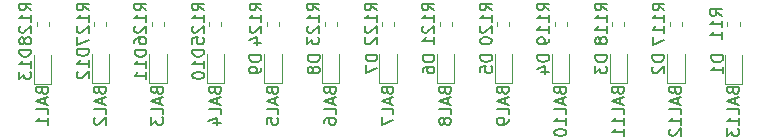
<source format=gbr>
G04 #@! TF.GenerationSoftware,KiCad,Pcbnew,(5.1.5)-3*
G04 #@! TF.CreationDate,2020-03-16T20:43:13+08:00*
G04 #@! TF.ProjectId,sd04,73643034-2e6b-4696-9361-645f70636258,v0.2*
G04 #@! TF.SameCoordinates,PX3e41030PY7464a18*
G04 #@! TF.FileFunction,Legend,Bot*
G04 #@! TF.FilePolarity,Positive*
%FSLAX46Y46*%
G04 Gerber Fmt 4.6, Leading zero omitted, Abs format (unit mm)*
G04 Created by KiCad (PCBNEW (5.1.5)-3) date 2020-03-16 20:43:13*
%MOMM*%
%LPD*%
G04 APERTURE LIST*
%ADD10C,0.150000*%
%ADD11C,0.120000*%
G04 APERTURE END LIST*
D10*
X98099571Y33686595D02*
X98147190Y33543738D01*
X98194809Y33496119D01*
X98290047Y33448500D01*
X98432904Y33448500D01*
X98528142Y33496119D01*
X98575761Y33543738D01*
X98623380Y33638976D01*
X98623380Y34019929D01*
X97623380Y34019929D01*
X97623380Y33686595D01*
X97671000Y33591357D01*
X97718619Y33543738D01*
X97813857Y33496119D01*
X97909095Y33496119D01*
X98004333Y33543738D01*
X98051952Y33591357D01*
X98099571Y33686595D01*
X98099571Y34019929D01*
X98337666Y33067548D02*
X98337666Y32591357D01*
X98623380Y33162786D02*
X97623380Y32829452D01*
X98623380Y32496119D01*
X98623380Y31686595D02*
X98623380Y32162786D01*
X97623380Y32162786D01*
X98623380Y30829452D02*
X98623380Y31400881D01*
X98623380Y31115167D02*
X97623380Y31115167D01*
X97766238Y31210405D01*
X97861476Y31305643D01*
X97909095Y31400881D01*
X97623380Y30496119D02*
X97623380Y29877071D01*
X98004333Y30210405D01*
X98004333Y30067548D01*
X98051952Y29972309D01*
X98099571Y29924690D01*
X98194809Y29877071D01*
X98432904Y29877071D01*
X98528142Y29924690D01*
X98575761Y29972309D01*
X98623380Y30067548D01*
X98623380Y30353262D01*
X98575761Y30448500D01*
X98528142Y30496119D01*
X93225946Y33686595D02*
X93273565Y33543738D01*
X93321184Y33496119D01*
X93416422Y33448500D01*
X93559279Y33448500D01*
X93654517Y33496119D01*
X93702136Y33543738D01*
X93749755Y33638976D01*
X93749755Y34019929D01*
X92749755Y34019929D01*
X92749755Y33686595D01*
X92797375Y33591357D01*
X92844994Y33543738D01*
X92940232Y33496119D01*
X93035470Y33496119D01*
X93130708Y33543738D01*
X93178327Y33591357D01*
X93225946Y33686595D01*
X93225946Y34019929D01*
X93464041Y33067548D02*
X93464041Y32591357D01*
X93749755Y33162786D02*
X92749755Y32829452D01*
X93749755Y32496119D01*
X93749755Y31686595D02*
X93749755Y32162786D01*
X92749755Y32162786D01*
X93749755Y30829452D02*
X93749755Y31400881D01*
X93749755Y31115167D02*
X92749755Y31115167D01*
X92892613Y31210405D01*
X92987851Y31305643D01*
X93035470Y31400881D01*
X92844994Y30448500D02*
X92797375Y30400881D01*
X92749755Y30305643D01*
X92749755Y30067548D01*
X92797375Y29972309D01*
X92844994Y29924690D01*
X92940232Y29877071D01*
X93035470Y29877071D01*
X93178327Y29924690D01*
X93749755Y30496119D01*
X93749755Y29877071D01*
X88352321Y33686595D02*
X88399940Y33543738D01*
X88447559Y33496119D01*
X88542797Y33448500D01*
X88685654Y33448500D01*
X88780892Y33496119D01*
X88828511Y33543738D01*
X88876130Y33638976D01*
X88876130Y34019929D01*
X87876130Y34019929D01*
X87876130Y33686595D01*
X87923750Y33591357D01*
X87971369Y33543738D01*
X88066607Y33496119D01*
X88161845Y33496119D01*
X88257083Y33543738D01*
X88304702Y33591357D01*
X88352321Y33686595D01*
X88352321Y34019929D01*
X88590416Y33067548D02*
X88590416Y32591357D01*
X88876130Y33162786D02*
X87876130Y32829452D01*
X88876130Y32496119D01*
X88876130Y31686595D02*
X88876130Y32162786D01*
X87876130Y32162786D01*
X88876130Y30829452D02*
X88876130Y31400881D01*
X88876130Y31115167D02*
X87876130Y31115167D01*
X88018988Y31210405D01*
X88114226Y31305643D01*
X88161845Y31400881D01*
X88876130Y29877071D02*
X88876130Y30448500D01*
X88876130Y30162786D02*
X87876130Y30162786D01*
X88018988Y30258024D01*
X88114226Y30353262D01*
X88161845Y30448500D01*
X83478696Y33686595D02*
X83526315Y33543738D01*
X83573934Y33496119D01*
X83669172Y33448500D01*
X83812029Y33448500D01*
X83907267Y33496119D01*
X83954886Y33543738D01*
X84002505Y33638976D01*
X84002505Y34019929D01*
X83002505Y34019929D01*
X83002505Y33686595D01*
X83050125Y33591357D01*
X83097744Y33543738D01*
X83192982Y33496119D01*
X83288220Y33496119D01*
X83383458Y33543738D01*
X83431077Y33591357D01*
X83478696Y33686595D01*
X83478696Y34019929D01*
X83716791Y33067548D02*
X83716791Y32591357D01*
X84002505Y33162786D02*
X83002505Y32829452D01*
X84002505Y32496119D01*
X84002505Y31686595D02*
X84002505Y32162786D01*
X83002505Y32162786D01*
X84002505Y30829452D02*
X84002505Y31400881D01*
X84002505Y31115167D02*
X83002505Y31115167D01*
X83145363Y31210405D01*
X83240601Y31305643D01*
X83288220Y31400881D01*
X83002505Y30210405D02*
X83002505Y30115167D01*
X83050125Y30019929D01*
X83097744Y29972309D01*
X83192982Y29924690D01*
X83383458Y29877071D01*
X83621553Y29877071D01*
X83812029Y29924690D01*
X83907267Y29972309D01*
X83954886Y30019929D01*
X84002505Y30115167D01*
X84002505Y30210405D01*
X83954886Y30305643D01*
X83907267Y30353262D01*
X83812029Y30400881D01*
X83621553Y30448500D01*
X83383458Y30448500D01*
X83192982Y30400881D01*
X83097744Y30353262D01*
X83050125Y30305643D01*
X83002505Y30210405D01*
X78605071Y33686596D02*
X78652690Y33543739D01*
X78700309Y33496120D01*
X78795547Y33448500D01*
X78938404Y33448500D01*
X79033642Y33496120D01*
X79081261Y33543739D01*
X79128880Y33638977D01*
X79128880Y34019929D01*
X78128880Y34019929D01*
X78128880Y33686596D01*
X78176500Y33591358D01*
X78224119Y33543739D01*
X78319357Y33496120D01*
X78414595Y33496120D01*
X78509833Y33543739D01*
X78557452Y33591358D01*
X78605071Y33686596D01*
X78605071Y34019929D01*
X78843166Y33067548D02*
X78843166Y32591358D01*
X79128880Y33162786D02*
X78128880Y32829453D01*
X79128880Y32496120D01*
X79128880Y31686596D02*
X79128880Y32162786D01*
X78128880Y32162786D01*
X79128880Y31305643D02*
X79128880Y31115167D01*
X79081261Y31019929D01*
X79033642Y30972310D01*
X78890785Y30877072D01*
X78700309Y30829453D01*
X78319357Y30829453D01*
X78224119Y30877072D01*
X78176500Y30924691D01*
X78128880Y31019929D01*
X78128880Y31210405D01*
X78176500Y31305643D01*
X78224119Y31353262D01*
X78319357Y31400881D01*
X78557452Y31400881D01*
X78652690Y31353262D01*
X78700309Y31305643D01*
X78747928Y31210405D01*
X78747928Y31019929D01*
X78700309Y30924691D01*
X78652690Y30877072D01*
X78557452Y30829453D01*
X73731446Y33686596D02*
X73779065Y33543739D01*
X73826684Y33496120D01*
X73921922Y33448500D01*
X74064779Y33448500D01*
X74160017Y33496120D01*
X74207636Y33543739D01*
X74255255Y33638977D01*
X74255255Y34019929D01*
X73255255Y34019929D01*
X73255255Y33686596D01*
X73302875Y33591358D01*
X73350494Y33543739D01*
X73445732Y33496120D01*
X73540970Y33496120D01*
X73636208Y33543739D01*
X73683827Y33591358D01*
X73731446Y33686596D01*
X73731446Y34019929D01*
X73969541Y33067548D02*
X73969541Y32591358D01*
X74255255Y33162786D02*
X73255255Y32829453D01*
X74255255Y32496120D01*
X74255255Y31686596D02*
X74255255Y32162786D01*
X73255255Y32162786D01*
X73683827Y31210405D02*
X73636208Y31305643D01*
X73588589Y31353262D01*
X73493351Y31400881D01*
X73445732Y31400881D01*
X73350494Y31353262D01*
X73302875Y31305643D01*
X73255255Y31210405D01*
X73255255Y31019929D01*
X73302875Y30924691D01*
X73350494Y30877072D01*
X73445732Y30829453D01*
X73493351Y30829453D01*
X73588589Y30877072D01*
X73636208Y30924691D01*
X73683827Y31019929D01*
X73683827Y31210405D01*
X73731446Y31305643D01*
X73779065Y31353262D01*
X73874303Y31400881D01*
X74064779Y31400881D01*
X74160017Y31353262D01*
X74207636Y31305643D01*
X74255255Y31210405D01*
X74255255Y31019929D01*
X74207636Y30924691D01*
X74160017Y30877072D01*
X74064779Y30829453D01*
X73874303Y30829453D01*
X73779065Y30877072D01*
X73731446Y30924691D01*
X73683827Y31019929D01*
X68857821Y33686596D02*
X68905440Y33543739D01*
X68953059Y33496120D01*
X69048297Y33448500D01*
X69191154Y33448500D01*
X69286392Y33496120D01*
X69334011Y33543739D01*
X69381630Y33638977D01*
X69381630Y34019929D01*
X68381630Y34019929D01*
X68381630Y33686596D01*
X68429250Y33591358D01*
X68476869Y33543739D01*
X68572107Y33496120D01*
X68667345Y33496120D01*
X68762583Y33543739D01*
X68810202Y33591358D01*
X68857821Y33686596D01*
X68857821Y34019929D01*
X69095916Y33067548D02*
X69095916Y32591358D01*
X69381630Y33162786D02*
X68381630Y32829453D01*
X69381630Y32496120D01*
X69381630Y31686596D02*
X69381630Y32162786D01*
X68381630Y32162786D01*
X68381630Y31448500D02*
X68381630Y30781834D01*
X69381630Y31210405D01*
X63984196Y33686596D02*
X64031815Y33543739D01*
X64079434Y33496120D01*
X64174672Y33448500D01*
X64317529Y33448500D01*
X64412767Y33496120D01*
X64460386Y33543739D01*
X64508005Y33638977D01*
X64508005Y34019929D01*
X63508005Y34019929D01*
X63508005Y33686596D01*
X63555625Y33591358D01*
X63603244Y33543739D01*
X63698482Y33496120D01*
X63793720Y33496120D01*
X63888958Y33543739D01*
X63936577Y33591358D01*
X63984196Y33686596D01*
X63984196Y34019929D01*
X64222291Y33067548D02*
X64222291Y32591358D01*
X64508005Y33162786D02*
X63508005Y32829453D01*
X64508005Y32496120D01*
X64508005Y31686596D02*
X64508005Y32162786D01*
X63508005Y32162786D01*
X63508005Y30924691D02*
X63508005Y31115167D01*
X63555625Y31210405D01*
X63603244Y31258024D01*
X63746101Y31353262D01*
X63936577Y31400881D01*
X64317529Y31400881D01*
X64412767Y31353262D01*
X64460386Y31305643D01*
X64508005Y31210405D01*
X64508005Y31019929D01*
X64460386Y30924691D01*
X64412767Y30877072D01*
X64317529Y30829453D01*
X64079434Y30829453D01*
X63984196Y30877072D01*
X63936577Y30924691D01*
X63888958Y31019929D01*
X63888958Y31210405D01*
X63936577Y31305643D01*
X63984196Y31353262D01*
X64079434Y31400881D01*
X59110571Y33686596D02*
X59158190Y33543739D01*
X59205809Y33496120D01*
X59301047Y33448500D01*
X59443904Y33448500D01*
X59539142Y33496120D01*
X59586761Y33543739D01*
X59634380Y33638977D01*
X59634380Y34019929D01*
X58634380Y34019929D01*
X58634380Y33686596D01*
X58682000Y33591358D01*
X58729619Y33543739D01*
X58824857Y33496120D01*
X58920095Y33496120D01*
X59015333Y33543739D01*
X59062952Y33591358D01*
X59110571Y33686596D01*
X59110571Y34019929D01*
X59348666Y33067548D02*
X59348666Y32591358D01*
X59634380Y33162786D02*
X58634380Y32829453D01*
X59634380Y32496120D01*
X59634380Y31686596D02*
X59634380Y32162786D01*
X58634380Y32162786D01*
X58634380Y30877072D02*
X58634380Y31353262D01*
X59110571Y31400881D01*
X59062952Y31353262D01*
X59015333Y31258024D01*
X59015333Y31019929D01*
X59062952Y30924691D01*
X59110571Y30877072D01*
X59205809Y30829453D01*
X59443904Y30829453D01*
X59539142Y30877072D01*
X59586761Y30924691D01*
X59634380Y31019929D01*
X59634380Y31258024D01*
X59586761Y31353262D01*
X59539142Y31400881D01*
X54236946Y33686596D02*
X54284565Y33543739D01*
X54332184Y33496120D01*
X54427422Y33448500D01*
X54570279Y33448500D01*
X54665517Y33496120D01*
X54713136Y33543739D01*
X54760755Y33638977D01*
X54760755Y34019929D01*
X53760755Y34019929D01*
X53760755Y33686596D01*
X53808375Y33591358D01*
X53855994Y33543739D01*
X53951232Y33496120D01*
X54046470Y33496120D01*
X54141708Y33543739D01*
X54189327Y33591358D01*
X54236946Y33686596D01*
X54236946Y34019929D01*
X54475041Y33067548D02*
X54475041Y32591358D01*
X54760755Y33162786D02*
X53760755Y32829453D01*
X54760755Y32496120D01*
X54760755Y31686596D02*
X54760755Y32162786D01*
X53760755Y32162786D01*
X54094089Y30924691D02*
X54760755Y30924691D01*
X53713136Y31162786D02*
X54427422Y31400881D01*
X54427422Y30781834D01*
X49363321Y33686596D02*
X49410940Y33543739D01*
X49458559Y33496120D01*
X49553797Y33448500D01*
X49696654Y33448500D01*
X49791892Y33496120D01*
X49839511Y33543739D01*
X49887130Y33638977D01*
X49887130Y34019929D01*
X48887130Y34019929D01*
X48887130Y33686596D01*
X48934750Y33591358D01*
X48982369Y33543739D01*
X49077607Y33496120D01*
X49172845Y33496120D01*
X49268083Y33543739D01*
X49315702Y33591358D01*
X49363321Y33686596D01*
X49363321Y34019929D01*
X49601416Y33067548D02*
X49601416Y32591358D01*
X49887130Y33162786D02*
X48887130Y32829453D01*
X49887130Y32496120D01*
X49887130Y31686596D02*
X49887130Y32162786D01*
X48887130Y32162786D01*
X48887130Y31448500D02*
X48887130Y30829453D01*
X49268083Y31162786D01*
X49268083Y31019929D01*
X49315702Y30924691D01*
X49363321Y30877072D01*
X49458559Y30829453D01*
X49696654Y30829453D01*
X49791892Y30877072D01*
X49839511Y30924691D01*
X49887130Y31019929D01*
X49887130Y31305643D01*
X49839511Y31400881D01*
X49791892Y31448500D01*
X44489696Y33686596D02*
X44537315Y33543739D01*
X44584934Y33496120D01*
X44680172Y33448500D01*
X44823029Y33448500D01*
X44918267Y33496120D01*
X44965886Y33543739D01*
X45013505Y33638977D01*
X45013505Y34019929D01*
X44013505Y34019929D01*
X44013505Y33686596D01*
X44061125Y33591358D01*
X44108744Y33543739D01*
X44203982Y33496120D01*
X44299220Y33496120D01*
X44394458Y33543739D01*
X44442077Y33591358D01*
X44489696Y33686596D01*
X44489696Y34019929D01*
X44727791Y33067548D02*
X44727791Y32591358D01*
X45013505Y33162786D02*
X44013505Y32829453D01*
X45013505Y32496120D01*
X45013505Y31686596D02*
X45013505Y32162786D01*
X44013505Y32162786D01*
X44108744Y31400881D02*
X44061125Y31353262D01*
X44013505Y31258024D01*
X44013505Y31019929D01*
X44061125Y30924691D01*
X44108744Y30877072D01*
X44203982Y30829453D01*
X44299220Y30829453D01*
X44442077Y30877072D01*
X45013505Y31448500D01*
X45013505Y30829453D01*
X39616071Y33686596D02*
X39663690Y33543739D01*
X39711309Y33496120D01*
X39806547Y33448500D01*
X39949404Y33448500D01*
X40044642Y33496120D01*
X40092261Y33543739D01*
X40139880Y33638977D01*
X40139880Y34019929D01*
X39139880Y34019929D01*
X39139880Y33686596D01*
X39187500Y33591358D01*
X39235119Y33543739D01*
X39330357Y33496120D01*
X39425595Y33496120D01*
X39520833Y33543739D01*
X39568452Y33591358D01*
X39616071Y33686596D01*
X39616071Y34019929D01*
X39854166Y33067548D02*
X39854166Y32591358D01*
X40139880Y33162786D02*
X39139880Y32829453D01*
X40139880Y32496120D01*
X40139880Y31686596D02*
X40139880Y32162786D01*
X39139880Y32162786D01*
X40139880Y30829453D02*
X40139880Y31400881D01*
X40139880Y31115167D02*
X39139880Y31115167D01*
X39282738Y31210405D01*
X39377976Y31305643D01*
X39425595Y31400881D01*
D11*
X40197500Y39541267D02*
X40197500Y39198733D01*
X39177500Y39541267D02*
X39177500Y39198733D01*
X45071125Y39541267D02*
X45071125Y39198733D01*
X44051125Y39541267D02*
X44051125Y39198733D01*
X49944750Y39541267D02*
X49944750Y39198733D01*
X48924750Y39541267D02*
X48924750Y39198733D01*
X54818375Y39541267D02*
X54818375Y39198733D01*
X53798375Y39541267D02*
X53798375Y39198733D01*
X59692000Y39541267D02*
X59692000Y39198733D01*
X58672000Y39541267D02*
X58672000Y39198733D01*
X64565625Y39541267D02*
X64565625Y39198733D01*
X63545625Y39541267D02*
X63545625Y39198733D01*
X69439250Y39541267D02*
X69439250Y39198733D01*
X68419250Y39541267D02*
X68419250Y39198733D01*
X74312875Y39541267D02*
X74312875Y39198733D01*
X73292875Y39541267D02*
X73292875Y39198733D01*
X79186500Y39541267D02*
X79186500Y39198733D01*
X78166500Y39541267D02*
X78166500Y39198733D01*
X84060125Y39541267D02*
X84060125Y39198733D01*
X83040125Y39541267D02*
X83040125Y39198733D01*
X88933750Y39541267D02*
X88933750Y39198733D01*
X87913750Y39541267D02*
X87913750Y39198733D01*
X93807375Y39541267D02*
X93807375Y39198733D01*
X92787375Y39541267D02*
X92787375Y39198733D01*
X38952500Y34267000D02*
X38952500Y36727000D01*
X40422500Y34267000D02*
X38952500Y34267000D01*
X40422500Y36727000D02*
X40422500Y34267000D01*
X43826125Y34312000D02*
X43826125Y36772000D01*
X45296125Y34312000D02*
X43826125Y34312000D01*
X45296125Y36772000D02*
X45296125Y34312000D01*
X48699750Y34312000D02*
X48699750Y36772000D01*
X50169750Y34312000D02*
X48699750Y34312000D01*
X50169750Y36772000D02*
X50169750Y34312000D01*
X53573375Y34312000D02*
X53573375Y36772000D01*
X55043375Y34312000D02*
X53573375Y34312000D01*
X55043375Y36772000D02*
X55043375Y34312000D01*
X58447000Y34312000D02*
X58447000Y36772000D01*
X59917000Y34312000D02*
X58447000Y34312000D01*
X59917000Y36772000D02*
X59917000Y34312000D01*
X63320625Y34312000D02*
X63320625Y36772000D01*
X64790625Y34312000D02*
X63320625Y34312000D01*
X64790625Y36772000D02*
X64790625Y34312000D01*
X68194250Y34312000D02*
X68194250Y36772000D01*
X69664250Y34312000D02*
X68194250Y34312000D01*
X69664250Y36772000D02*
X69664250Y34312000D01*
X73067875Y34312000D02*
X73067875Y36772000D01*
X74537875Y34312000D02*
X73067875Y34312000D01*
X74537875Y36772000D02*
X74537875Y34312000D01*
X77941500Y34312000D02*
X77941500Y36772000D01*
X79411500Y34312000D02*
X77941500Y34312000D01*
X79411500Y36772000D02*
X79411500Y34312000D01*
X82815125Y34312000D02*
X82815125Y36772000D01*
X84285125Y34312000D02*
X82815125Y34312000D01*
X84285125Y36772000D02*
X84285125Y34312000D01*
X87688750Y34312000D02*
X87688750Y36772000D01*
X89158750Y34312000D02*
X87688750Y34312000D01*
X89158750Y36772000D02*
X89158750Y34312000D01*
X92562375Y34312000D02*
X92562375Y36772000D01*
X94032375Y34312000D02*
X92562375Y34312000D01*
X94032375Y36772000D02*
X94032375Y34312000D01*
X98681000Y39541267D02*
X98681000Y39198733D01*
X97661000Y39541267D02*
X97661000Y39198733D01*
X97436000Y34267000D02*
X97436000Y36727000D01*
X98906000Y34267000D02*
X97436000Y34267000D01*
X98906000Y36727000D02*
X98906000Y34267000D01*
D10*
X38709880Y40489048D02*
X38233690Y40822381D01*
X38709880Y41060477D02*
X37709880Y41060477D01*
X37709880Y40679524D01*
X37757500Y40584286D01*
X37805119Y40536667D01*
X37900357Y40489048D01*
X38043214Y40489048D01*
X38138452Y40536667D01*
X38186071Y40584286D01*
X38233690Y40679524D01*
X38233690Y41060477D01*
X38709880Y39536667D02*
X38709880Y40108096D01*
X38709880Y39822381D02*
X37709880Y39822381D01*
X37852738Y39917620D01*
X37947976Y40012858D01*
X37995595Y40108096D01*
X37805119Y39155715D02*
X37757500Y39108096D01*
X37709880Y39012858D01*
X37709880Y38774762D01*
X37757500Y38679524D01*
X37805119Y38631905D01*
X37900357Y38584286D01*
X37995595Y38584286D01*
X38138452Y38631905D01*
X38709880Y39203334D01*
X38709880Y38584286D01*
X38138452Y38012858D02*
X38090833Y38108096D01*
X38043214Y38155715D01*
X37947976Y38203334D01*
X37900357Y38203334D01*
X37805119Y38155715D01*
X37757500Y38108096D01*
X37709880Y38012858D01*
X37709880Y37822381D01*
X37757500Y37727143D01*
X37805119Y37679524D01*
X37900357Y37631905D01*
X37947976Y37631905D01*
X38043214Y37679524D01*
X38090833Y37727143D01*
X38138452Y37822381D01*
X38138452Y38012858D01*
X38186071Y38108096D01*
X38233690Y38155715D01*
X38328928Y38203334D01*
X38519404Y38203334D01*
X38614642Y38155715D01*
X38662261Y38108096D01*
X38709880Y38012858D01*
X38709880Y37822381D01*
X38662261Y37727143D01*
X38614642Y37679524D01*
X38519404Y37631905D01*
X38328928Y37631905D01*
X38233690Y37679524D01*
X38186071Y37727143D01*
X38138452Y37822381D01*
X43583505Y40489048D02*
X43107315Y40822381D01*
X43583505Y41060477D02*
X42583505Y41060477D01*
X42583505Y40679524D01*
X42631125Y40584286D01*
X42678744Y40536667D01*
X42773982Y40489048D01*
X42916839Y40489048D01*
X43012077Y40536667D01*
X43059696Y40584286D01*
X43107315Y40679524D01*
X43107315Y41060477D01*
X43583505Y39536667D02*
X43583505Y40108096D01*
X43583505Y39822381D02*
X42583505Y39822381D01*
X42726363Y39917620D01*
X42821601Y40012858D01*
X42869220Y40108096D01*
X42678744Y39155715D02*
X42631125Y39108096D01*
X42583505Y39012858D01*
X42583505Y38774762D01*
X42631125Y38679524D01*
X42678744Y38631905D01*
X42773982Y38584286D01*
X42869220Y38584286D01*
X43012077Y38631905D01*
X43583505Y39203334D01*
X43583505Y38584286D01*
X42583505Y38250953D02*
X42583505Y37584286D01*
X43583505Y38012858D01*
X48457130Y40489048D02*
X47980940Y40822381D01*
X48457130Y41060477D02*
X47457130Y41060477D01*
X47457130Y40679524D01*
X47504750Y40584286D01*
X47552369Y40536667D01*
X47647607Y40489048D01*
X47790464Y40489048D01*
X47885702Y40536667D01*
X47933321Y40584286D01*
X47980940Y40679524D01*
X47980940Y41060477D01*
X48457130Y39536667D02*
X48457130Y40108096D01*
X48457130Y39822381D02*
X47457130Y39822381D01*
X47599988Y39917620D01*
X47695226Y40012858D01*
X47742845Y40108096D01*
X47552369Y39155715D02*
X47504750Y39108096D01*
X47457130Y39012858D01*
X47457130Y38774762D01*
X47504750Y38679524D01*
X47552369Y38631905D01*
X47647607Y38584286D01*
X47742845Y38584286D01*
X47885702Y38631905D01*
X48457130Y39203334D01*
X48457130Y38584286D01*
X47457130Y37727143D02*
X47457130Y37917620D01*
X47504750Y38012858D01*
X47552369Y38060477D01*
X47695226Y38155715D01*
X47885702Y38203334D01*
X48266654Y38203334D01*
X48361892Y38155715D01*
X48409511Y38108096D01*
X48457130Y38012858D01*
X48457130Y37822381D01*
X48409511Y37727143D01*
X48361892Y37679524D01*
X48266654Y37631905D01*
X48028559Y37631905D01*
X47933321Y37679524D01*
X47885702Y37727143D01*
X47838083Y37822381D01*
X47838083Y38012858D01*
X47885702Y38108096D01*
X47933321Y38155715D01*
X48028559Y38203334D01*
X53330755Y40489048D02*
X52854565Y40822381D01*
X53330755Y41060477D02*
X52330755Y41060477D01*
X52330755Y40679524D01*
X52378375Y40584286D01*
X52425994Y40536667D01*
X52521232Y40489048D01*
X52664089Y40489048D01*
X52759327Y40536667D01*
X52806946Y40584286D01*
X52854565Y40679524D01*
X52854565Y41060477D01*
X53330755Y39536667D02*
X53330755Y40108096D01*
X53330755Y39822381D02*
X52330755Y39822381D01*
X52473613Y39917620D01*
X52568851Y40012858D01*
X52616470Y40108096D01*
X52425994Y39155715D02*
X52378375Y39108096D01*
X52330755Y39012858D01*
X52330755Y38774762D01*
X52378375Y38679524D01*
X52425994Y38631905D01*
X52521232Y38584286D01*
X52616470Y38584286D01*
X52759327Y38631905D01*
X53330755Y39203334D01*
X53330755Y38584286D01*
X52330755Y37679524D02*
X52330755Y38155715D01*
X52806946Y38203334D01*
X52759327Y38155715D01*
X52711708Y38060477D01*
X52711708Y37822381D01*
X52759327Y37727143D01*
X52806946Y37679524D01*
X52902184Y37631905D01*
X53140279Y37631905D01*
X53235517Y37679524D01*
X53283136Y37727143D01*
X53330755Y37822381D01*
X53330755Y38060477D01*
X53283136Y38155715D01*
X53235517Y38203334D01*
X58204380Y40489048D02*
X57728190Y40822381D01*
X58204380Y41060477D02*
X57204380Y41060477D01*
X57204380Y40679524D01*
X57252000Y40584286D01*
X57299619Y40536667D01*
X57394857Y40489048D01*
X57537714Y40489048D01*
X57632952Y40536667D01*
X57680571Y40584286D01*
X57728190Y40679524D01*
X57728190Y41060477D01*
X58204380Y39536667D02*
X58204380Y40108096D01*
X58204380Y39822381D02*
X57204380Y39822381D01*
X57347238Y39917620D01*
X57442476Y40012858D01*
X57490095Y40108096D01*
X57299619Y39155715D02*
X57252000Y39108096D01*
X57204380Y39012858D01*
X57204380Y38774762D01*
X57252000Y38679524D01*
X57299619Y38631905D01*
X57394857Y38584286D01*
X57490095Y38584286D01*
X57632952Y38631905D01*
X58204380Y39203334D01*
X58204380Y38584286D01*
X57537714Y37727143D02*
X58204380Y37727143D01*
X57156761Y37965239D02*
X57871047Y38203334D01*
X57871047Y37584286D01*
X63078005Y40489048D02*
X62601815Y40822381D01*
X63078005Y41060477D02*
X62078005Y41060477D01*
X62078005Y40679524D01*
X62125625Y40584286D01*
X62173244Y40536667D01*
X62268482Y40489048D01*
X62411339Y40489048D01*
X62506577Y40536667D01*
X62554196Y40584286D01*
X62601815Y40679524D01*
X62601815Y41060477D01*
X63078005Y39536667D02*
X63078005Y40108096D01*
X63078005Y39822381D02*
X62078005Y39822381D01*
X62220863Y39917620D01*
X62316101Y40012858D01*
X62363720Y40108096D01*
X62173244Y39155715D02*
X62125625Y39108096D01*
X62078005Y39012858D01*
X62078005Y38774762D01*
X62125625Y38679524D01*
X62173244Y38631905D01*
X62268482Y38584286D01*
X62363720Y38584286D01*
X62506577Y38631905D01*
X63078005Y39203334D01*
X63078005Y38584286D01*
X62078005Y38250953D02*
X62078005Y37631905D01*
X62458958Y37965239D01*
X62458958Y37822381D01*
X62506577Y37727143D01*
X62554196Y37679524D01*
X62649434Y37631905D01*
X62887529Y37631905D01*
X62982767Y37679524D01*
X63030386Y37727143D01*
X63078005Y37822381D01*
X63078005Y38108096D01*
X63030386Y38203334D01*
X62982767Y38250953D01*
X67951630Y40489048D02*
X67475440Y40822381D01*
X67951630Y41060477D02*
X66951630Y41060477D01*
X66951630Y40679524D01*
X66999250Y40584286D01*
X67046869Y40536667D01*
X67142107Y40489048D01*
X67284964Y40489048D01*
X67380202Y40536667D01*
X67427821Y40584286D01*
X67475440Y40679524D01*
X67475440Y41060477D01*
X67951630Y39536667D02*
X67951630Y40108096D01*
X67951630Y39822381D02*
X66951630Y39822381D01*
X67094488Y39917620D01*
X67189726Y40012858D01*
X67237345Y40108096D01*
X67046869Y39155715D02*
X66999250Y39108096D01*
X66951630Y39012858D01*
X66951630Y38774762D01*
X66999250Y38679524D01*
X67046869Y38631905D01*
X67142107Y38584286D01*
X67237345Y38584286D01*
X67380202Y38631905D01*
X67951630Y39203334D01*
X67951630Y38584286D01*
X67046869Y38203334D02*
X66999250Y38155715D01*
X66951630Y38060477D01*
X66951630Y37822381D01*
X66999250Y37727143D01*
X67046869Y37679524D01*
X67142107Y37631905D01*
X67237345Y37631905D01*
X67380202Y37679524D01*
X67951630Y38250953D01*
X67951630Y37631905D01*
X72825255Y40489048D02*
X72349065Y40822381D01*
X72825255Y41060477D02*
X71825255Y41060477D01*
X71825255Y40679524D01*
X71872875Y40584286D01*
X71920494Y40536667D01*
X72015732Y40489048D01*
X72158589Y40489048D01*
X72253827Y40536667D01*
X72301446Y40584286D01*
X72349065Y40679524D01*
X72349065Y41060477D01*
X72825255Y39536667D02*
X72825255Y40108096D01*
X72825255Y39822381D02*
X71825255Y39822381D01*
X71968113Y39917620D01*
X72063351Y40012858D01*
X72110970Y40108096D01*
X71920494Y39155715D02*
X71872875Y39108096D01*
X71825255Y39012858D01*
X71825255Y38774762D01*
X71872875Y38679524D01*
X71920494Y38631905D01*
X72015732Y38584286D01*
X72110970Y38584286D01*
X72253827Y38631905D01*
X72825255Y39203334D01*
X72825255Y38584286D01*
X72825255Y37631905D02*
X72825255Y38203334D01*
X72825255Y37917620D02*
X71825255Y37917620D01*
X71968113Y38012858D01*
X72063351Y38108096D01*
X72110970Y38203334D01*
X77698880Y40489048D02*
X77222690Y40822381D01*
X77698880Y41060477D02*
X76698880Y41060477D01*
X76698880Y40679524D01*
X76746500Y40584286D01*
X76794119Y40536667D01*
X76889357Y40489048D01*
X77032214Y40489048D01*
X77127452Y40536667D01*
X77175071Y40584286D01*
X77222690Y40679524D01*
X77222690Y41060477D01*
X77698880Y39536667D02*
X77698880Y40108096D01*
X77698880Y39822381D02*
X76698880Y39822381D01*
X76841738Y39917620D01*
X76936976Y40012858D01*
X76984595Y40108096D01*
X76794119Y39155715D02*
X76746500Y39108096D01*
X76698880Y39012858D01*
X76698880Y38774762D01*
X76746500Y38679524D01*
X76794119Y38631905D01*
X76889357Y38584286D01*
X76984595Y38584286D01*
X77127452Y38631905D01*
X77698880Y39203334D01*
X77698880Y38584286D01*
X76698880Y37965239D02*
X76698880Y37870000D01*
X76746500Y37774762D01*
X76794119Y37727143D01*
X76889357Y37679524D01*
X77079833Y37631905D01*
X77317928Y37631905D01*
X77508404Y37679524D01*
X77603642Y37727143D01*
X77651261Y37774762D01*
X77698880Y37870000D01*
X77698880Y37965239D01*
X77651261Y38060477D01*
X77603642Y38108096D01*
X77508404Y38155715D01*
X77317928Y38203334D01*
X77079833Y38203334D01*
X76889357Y38155715D01*
X76794119Y38108096D01*
X76746500Y38060477D01*
X76698880Y37965239D01*
X82572505Y40489048D02*
X82096315Y40822381D01*
X82572505Y41060477D02*
X81572505Y41060477D01*
X81572505Y40679524D01*
X81620125Y40584286D01*
X81667744Y40536667D01*
X81762982Y40489048D01*
X81905839Y40489048D01*
X82001077Y40536667D01*
X82048696Y40584286D01*
X82096315Y40679524D01*
X82096315Y41060477D01*
X82572505Y39536667D02*
X82572505Y40108096D01*
X82572505Y39822381D02*
X81572505Y39822381D01*
X81715363Y39917620D01*
X81810601Y40012858D01*
X81858220Y40108096D01*
X82572505Y38584286D02*
X82572505Y39155715D01*
X82572505Y38870000D02*
X81572505Y38870000D01*
X81715363Y38965239D01*
X81810601Y39060477D01*
X81858220Y39155715D01*
X82572505Y38108096D02*
X82572505Y37917620D01*
X82524886Y37822381D01*
X82477267Y37774762D01*
X82334410Y37679524D01*
X82143934Y37631905D01*
X81762982Y37631905D01*
X81667744Y37679524D01*
X81620125Y37727143D01*
X81572505Y37822381D01*
X81572505Y38012858D01*
X81620125Y38108096D01*
X81667744Y38155715D01*
X81762982Y38203334D01*
X82001077Y38203334D01*
X82096315Y38155715D01*
X82143934Y38108096D01*
X82191553Y38012858D01*
X82191553Y37822381D01*
X82143934Y37727143D01*
X82096315Y37679524D01*
X82001077Y37631905D01*
X87446130Y40489048D02*
X86969940Y40822381D01*
X87446130Y41060477D02*
X86446130Y41060477D01*
X86446130Y40679524D01*
X86493750Y40584286D01*
X86541369Y40536667D01*
X86636607Y40489048D01*
X86779464Y40489048D01*
X86874702Y40536667D01*
X86922321Y40584286D01*
X86969940Y40679524D01*
X86969940Y41060477D01*
X87446130Y39536667D02*
X87446130Y40108096D01*
X87446130Y39822381D02*
X86446130Y39822381D01*
X86588988Y39917620D01*
X86684226Y40012858D01*
X86731845Y40108096D01*
X87446130Y38584286D02*
X87446130Y39155715D01*
X87446130Y38870000D02*
X86446130Y38870000D01*
X86588988Y38965239D01*
X86684226Y39060477D01*
X86731845Y39155715D01*
X86874702Y38012858D02*
X86827083Y38108096D01*
X86779464Y38155715D01*
X86684226Y38203334D01*
X86636607Y38203334D01*
X86541369Y38155715D01*
X86493750Y38108096D01*
X86446130Y38012858D01*
X86446130Y37822381D01*
X86493750Y37727143D01*
X86541369Y37679524D01*
X86636607Y37631905D01*
X86684226Y37631905D01*
X86779464Y37679524D01*
X86827083Y37727143D01*
X86874702Y37822381D01*
X86874702Y38012858D01*
X86922321Y38108096D01*
X86969940Y38155715D01*
X87065178Y38203334D01*
X87255654Y38203334D01*
X87350892Y38155715D01*
X87398511Y38108096D01*
X87446130Y38012858D01*
X87446130Y37822381D01*
X87398511Y37727143D01*
X87350892Y37679524D01*
X87255654Y37631905D01*
X87065178Y37631905D01*
X86969940Y37679524D01*
X86922321Y37727143D01*
X86874702Y37822381D01*
X92319755Y40489048D02*
X91843565Y40822381D01*
X92319755Y41060477D02*
X91319755Y41060477D01*
X91319755Y40679524D01*
X91367375Y40584286D01*
X91414994Y40536667D01*
X91510232Y40489048D01*
X91653089Y40489048D01*
X91748327Y40536667D01*
X91795946Y40584286D01*
X91843565Y40679524D01*
X91843565Y41060477D01*
X92319755Y39536667D02*
X92319755Y40108096D01*
X92319755Y39822381D02*
X91319755Y39822381D01*
X91462613Y39917620D01*
X91557851Y40012858D01*
X91605470Y40108096D01*
X92319755Y38584286D02*
X92319755Y39155715D01*
X92319755Y38870000D02*
X91319755Y38870000D01*
X91462613Y38965239D01*
X91557851Y39060477D01*
X91605470Y39155715D01*
X91319755Y38250953D02*
X91319755Y37584286D01*
X92319755Y38012858D01*
X38679380Y37155286D02*
X37679380Y37155286D01*
X37679380Y36917191D01*
X37727000Y36774334D01*
X37822238Y36679096D01*
X37917476Y36631477D01*
X38107952Y36583858D01*
X38250809Y36583858D01*
X38441285Y36631477D01*
X38536523Y36679096D01*
X38631761Y36774334D01*
X38679380Y36917191D01*
X38679380Y37155286D01*
X38679380Y35631477D02*
X38679380Y36202905D01*
X38679380Y35917191D02*
X37679380Y35917191D01*
X37822238Y36012429D01*
X37917476Y36107667D01*
X37965095Y36202905D01*
X37679380Y35298143D02*
X37679380Y34679096D01*
X38060333Y35012429D01*
X38060333Y34869572D01*
X38107952Y34774334D01*
X38155571Y34726715D01*
X38250809Y34679096D01*
X38488904Y34679096D01*
X38584142Y34726715D01*
X38631761Y34774334D01*
X38679380Y34869572D01*
X38679380Y35155286D01*
X38631761Y35250524D01*
X38584142Y35298143D01*
X43568880Y37218786D02*
X42568880Y37218786D01*
X42568880Y36980691D01*
X42616500Y36837834D01*
X42711738Y36742596D01*
X42806976Y36694977D01*
X42997452Y36647358D01*
X43140309Y36647358D01*
X43330785Y36694977D01*
X43426023Y36742596D01*
X43521261Y36837834D01*
X43568880Y36980691D01*
X43568880Y37218786D01*
X43568880Y35694977D02*
X43568880Y36266405D01*
X43568880Y35980691D02*
X42568880Y35980691D01*
X42711738Y36075929D01*
X42806976Y36171167D01*
X42854595Y36266405D01*
X42664119Y35314024D02*
X42616500Y35266405D01*
X42568880Y35171167D01*
X42568880Y34933072D01*
X42616500Y34837834D01*
X42664119Y34790215D01*
X42759357Y34742596D01*
X42854595Y34742596D01*
X42997452Y34790215D01*
X43568880Y35361643D01*
X43568880Y34742596D01*
X48458380Y37155286D02*
X47458380Y37155286D01*
X47458380Y36917191D01*
X47506000Y36774334D01*
X47601238Y36679096D01*
X47696476Y36631477D01*
X47886952Y36583858D01*
X48029809Y36583858D01*
X48220285Y36631477D01*
X48315523Y36679096D01*
X48410761Y36774334D01*
X48458380Y36917191D01*
X48458380Y37155286D01*
X48458380Y35631477D02*
X48458380Y36202905D01*
X48458380Y35917191D02*
X47458380Y35917191D01*
X47601238Y36012429D01*
X47696476Y36107667D01*
X47744095Y36202905D01*
X48458380Y34679096D02*
X48458380Y35250524D01*
X48458380Y34964810D02*
X47458380Y34964810D01*
X47601238Y35060048D01*
X47696476Y35155286D01*
X47744095Y35250524D01*
X53347880Y37155286D02*
X52347880Y37155286D01*
X52347880Y36917191D01*
X52395500Y36774334D01*
X52490738Y36679096D01*
X52585976Y36631477D01*
X52776452Y36583858D01*
X52919309Y36583858D01*
X53109785Y36631477D01*
X53205023Y36679096D01*
X53300261Y36774334D01*
X53347880Y36917191D01*
X53347880Y37155286D01*
X53347880Y35631477D02*
X53347880Y36202905D01*
X53347880Y35917191D02*
X52347880Y35917191D01*
X52490738Y36012429D01*
X52585976Y36107667D01*
X52633595Y36202905D01*
X52347880Y35012429D02*
X52347880Y34917191D01*
X52395500Y34821953D01*
X52443119Y34774334D01*
X52538357Y34726715D01*
X52728833Y34679096D01*
X52966928Y34679096D01*
X53157404Y34726715D01*
X53252642Y34774334D01*
X53300261Y34821953D01*
X53347880Y34917191D01*
X53347880Y35012429D01*
X53300261Y35107667D01*
X53252642Y35155286D01*
X53157404Y35202905D01*
X52966928Y35250524D01*
X52728833Y35250524D01*
X52538357Y35202905D01*
X52443119Y35155286D01*
X52395500Y35107667D01*
X52347880Y35012429D01*
X58173880Y36679096D02*
X57173880Y36679096D01*
X57173880Y36441000D01*
X57221500Y36298143D01*
X57316738Y36202905D01*
X57411976Y36155286D01*
X57602452Y36107667D01*
X57745309Y36107667D01*
X57935785Y36155286D01*
X58031023Y36202905D01*
X58126261Y36298143D01*
X58173880Y36441000D01*
X58173880Y36679096D01*
X58173880Y35631477D02*
X58173880Y35441000D01*
X58126261Y35345762D01*
X58078642Y35298143D01*
X57935785Y35202905D01*
X57745309Y35155286D01*
X57364357Y35155286D01*
X57269119Y35202905D01*
X57221500Y35250524D01*
X57173880Y35345762D01*
X57173880Y35536239D01*
X57221500Y35631477D01*
X57269119Y35679096D01*
X57364357Y35726715D01*
X57602452Y35726715D01*
X57697690Y35679096D01*
X57745309Y35631477D01*
X57792928Y35536239D01*
X57792928Y35345762D01*
X57745309Y35250524D01*
X57697690Y35202905D01*
X57602452Y35155286D01*
X63126880Y36679096D02*
X62126880Y36679096D01*
X62126880Y36441000D01*
X62174500Y36298143D01*
X62269738Y36202905D01*
X62364976Y36155286D01*
X62555452Y36107667D01*
X62698309Y36107667D01*
X62888785Y36155286D01*
X62984023Y36202905D01*
X63079261Y36298143D01*
X63126880Y36441000D01*
X63126880Y36679096D01*
X62555452Y35536239D02*
X62507833Y35631477D01*
X62460214Y35679096D01*
X62364976Y35726715D01*
X62317357Y35726715D01*
X62222119Y35679096D01*
X62174500Y35631477D01*
X62126880Y35536239D01*
X62126880Y35345762D01*
X62174500Y35250524D01*
X62222119Y35202905D01*
X62317357Y35155286D01*
X62364976Y35155286D01*
X62460214Y35202905D01*
X62507833Y35250524D01*
X62555452Y35345762D01*
X62555452Y35536239D01*
X62603071Y35631477D01*
X62650690Y35679096D01*
X62745928Y35726715D01*
X62936404Y35726715D01*
X63031642Y35679096D01*
X63079261Y35631477D01*
X63126880Y35536239D01*
X63126880Y35345762D01*
X63079261Y35250524D01*
X63031642Y35202905D01*
X62936404Y35155286D01*
X62745928Y35155286D01*
X62650690Y35202905D01*
X62603071Y35250524D01*
X62555452Y35345762D01*
X68016380Y36742596D02*
X67016380Y36742596D01*
X67016380Y36504500D01*
X67064000Y36361643D01*
X67159238Y36266405D01*
X67254476Y36218786D01*
X67444952Y36171167D01*
X67587809Y36171167D01*
X67778285Y36218786D01*
X67873523Y36266405D01*
X67968761Y36361643D01*
X68016380Y36504500D01*
X68016380Y36742596D01*
X67016380Y35837834D02*
X67016380Y35171167D01*
X68016380Y35599739D01*
X72842380Y36679096D02*
X71842380Y36679096D01*
X71842380Y36441000D01*
X71890000Y36298143D01*
X71985238Y36202905D01*
X72080476Y36155286D01*
X72270952Y36107667D01*
X72413809Y36107667D01*
X72604285Y36155286D01*
X72699523Y36202905D01*
X72794761Y36298143D01*
X72842380Y36441000D01*
X72842380Y36679096D01*
X71842380Y35250524D02*
X71842380Y35441000D01*
X71890000Y35536239D01*
X71937619Y35583858D01*
X72080476Y35679096D01*
X72270952Y35726715D01*
X72651904Y35726715D01*
X72747142Y35679096D01*
X72794761Y35631477D01*
X72842380Y35536239D01*
X72842380Y35345762D01*
X72794761Y35250524D01*
X72747142Y35202905D01*
X72651904Y35155286D01*
X72413809Y35155286D01*
X72318571Y35202905D01*
X72270952Y35250524D01*
X72223333Y35345762D01*
X72223333Y35536239D01*
X72270952Y35631477D01*
X72318571Y35679096D01*
X72413809Y35726715D01*
X77731880Y36710096D02*
X76731880Y36710096D01*
X76731880Y36472000D01*
X76779500Y36329143D01*
X76874738Y36233905D01*
X76969976Y36186286D01*
X77160452Y36138667D01*
X77303309Y36138667D01*
X77493785Y36186286D01*
X77589023Y36233905D01*
X77684261Y36329143D01*
X77731880Y36472000D01*
X77731880Y36710096D01*
X76731880Y35233905D02*
X76731880Y35710096D01*
X77208071Y35757715D01*
X77160452Y35710096D01*
X77112833Y35614858D01*
X77112833Y35376762D01*
X77160452Y35281524D01*
X77208071Y35233905D01*
X77303309Y35186286D01*
X77541404Y35186286D01*
X77636642Y35233905D01*
X77684261Y35281524D01*
X77731880Y35376762D01*
X77731880Y35614858D01*
X77684261Y35710096D01*
X77636642Y35757715D01*
X82557880Y36710096D02*
X81557880Y36710096D01*
X81557880Y36472000D01*
X81605500Y36329143D01*
X81700738Y36233905D01*
X81795976Y36186286D01*
X81986452Y36138667D01*
X82129309Y36138667D01*
X82319785Y36186286D01*
X82415023Y36233905D01*
X82510261Y36329143D01*
X82557880Y36472000D01*
X82557880Y36710096D01*
X81891214Y35281524D02*
X82557880Y35281524D01*
X81510261Y35519620D02*
X82224547Y35757715D01*
X82224547Y35138667D01*
X87447380Y36679096D02*
X86447380Y36679096D01*
X86447380Y36441000D01*
X86495000Y36298143D01*
X86590238Y36202905D01*
X86685476Y36155286D01*
X86875952Y36107667D01*
X87018809Y36107667D01*
X87209285Y36155286D01*
X87304523Y36202905D01*
X87399761Y36298143D01*
X87447380Y36441000D01*
X87447380Y36679096D01*
X86447380Y35774334D02*
X86447380Y35155286D01*
X86828333Y35488620D01*
X86828333Y35345762D01*
X86875952Y35250524D01*
X86923571Y35202905D01*
X87018809Y35155286D01*
X87256904Y35155286D01*
X87352142Y35202905D01*
X87399761Y35250524D01*
X87447380Y35345762D01*
X87447380Y35631477D01*
X87399761Y35726715D01*
X87352142Y35774334D01*
X92273380Y36679096D02*
X91273380Y36679096D01*
X91273380Y36441000D01*
X91321000Y36298143D01*
X91416238Y36202905D01*
X91511476Y36155286D01*
X91701952Y36107667D01*
X91844809Y36107667D01*
X92035285Y36155286D01*
X92130523Y36202905D01*
X92225761Y36298143D01*
X92273380Y36441000D01*
X92273380Y36679096D01*
X91368619Y35726715D02*
X91321000Y35679096D01*
X91273380Y35583858D01*
X91273380Y35345762D01*
X91321000Y35250524D01*
X91368619Y35202905D01*
X91463857Y35155286D01*
X91559095Y35155286D01*
X91701952Y35202905D01*
X92273380Y35774334D01*
X92273380Y35155286D01*
X97193380Y40012858D02*
X96717190Y40346191D01*
X97193380Y40584286D02*
X96193380Y40584286D01*
X96193380Y40203334D01*
X96241000Y40108096D01*
X96288619Y40060477D01*
X96383857Y40012858D01*
X96526714Y40012858D01*
X96621952Y40060477D01*
X96669571Y40108096D01*
X96717190Y40203334D01*
X96717190Y40584286D01*
X97193380Y39060477D02*
X97193380Y39631905D01*
X97193380Y39346191D02*
X96193380Y39346191D01*
X96336238Y39441429D01*
X96431476Y39536667D01*
X96479095Y39631905D01*
X97193380Y38108096D02*
X97193380Y38679524D01*
X97193380Y38393810D02*
X96193380Y38393810D01*
X96336238Y38489048D01*
X96431476Y38584286D01*
X96479095Y38679524D01*
X97289880Y36679096D02*
X96289880Y36679096D01*
X96289880Y36441000D01*
X96337500Y36298143D01*
X96432738Y36202905D01*
X96527976Y36155286D01*
X96718452Y36107667D01*
X96861309Y36107667D01*
X97051785Y36155286D01*
X97147023Y36202905D01*
X97242261Y36298143D01*
X97289880Y36441000D01*
X97289880Y36679096D01*
X97289880Y35155286D02*
X97289880Y35726715D01*
X97289880Y35441000D02*
X96289880Y35441000D01*
X96432738Y35536239D01*
X96527976Y35631477D01*
X96575595Y35726715D01*
M02*

</source>
